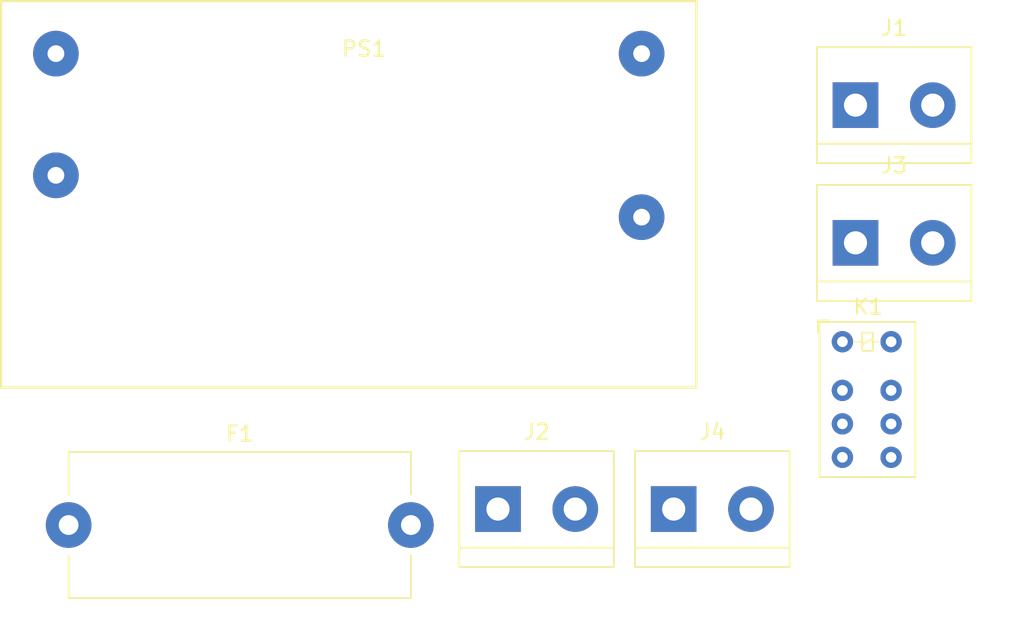
<source format=kicad_pcb>
(kicad_pcb (version 20171130) (host pcbnew "(5.1.4)-1")

  (general
    (thickness 1.6)
    (drawings 0)
    (tracks 0)
    (zones 0)
    (modules 7)
    (nets 11)
  )

  (page A4)
  (layers
    (0 F.Cu signal)
    (31 B.Cu signal)
    (32 B.Adhes user)
    (33 F.Adhes user)
    (34 B.Paste user)
    (35 F.Paste user)
    (36 B.SilkS user)
    (37 F.SilkS user)
    (38 B.Mask user)
    (39 F.Mask user)
    (40 Dwgs.User user)
    (41 Cmts.User user)
    (42 Eco1.User user)
    (43 Eco2.User user)
    (44 Edge.Cuts user)
    (45 Margin user)
    (46 B.CrtYd user)
    (47 F.CrtYd user)
    (48 B.Fab user)
    (49 F.Fab user)
  )

  (setup
    (last_trace_width 0.25)
    (trace_clearance 0.2)
    (zone_clearance 0.508)
    (zone_45_only no)
    (trace_min 0.2)
    (via_size 0.8)
    (via_drill 0.4)
    (via_min_size 0.4)
    (via_min_drill 0.3)
    (uvia_size 0.3)
    (uvia_drill 0.1)
    (uvias_allowed no)
    (uvia_min_size 0.2)
    (uvia_min_drill 0.1)
    (edge_width 0.05)
    (segment_width 0.2)
    (pcb_text_width 0.3)
    (pcb_text_size 1.5 1.5)
    (mod_edge_width 0.12)
    (mod_text_size 1 1)
    (mod_text_width 0.15)
    (pad_size 1.524 1.524)
    (pad_drill 0.762)
    (pad_to_mask_clearance 0.051)
    (solder_mask_min_width 0.25)
    (aux_axis_origin 0 0)
    (visible_elements 7FFFFFFF)
    (pcbplotparams
      (layerselection 0x010fc_ffffffff)
      (usegerberextensions false)
      (usegerberattributes false)
      (usegerberadvancedattributes false)
      (creategerberjobfile false)
      (excludeedgelayer true)
      (linewidth 0.100000)
      (plotframeref false)
      (viasonmask false)
      (mode 1)
      (useauxorigin false)
      (hpglpennumber 1)
      (hpglpenspeed 20)
      (hpglpendiameter 15.000000)
      (psnegative false)
      (psa4output false)
      (plotreference true)
      (plotvalue true)
      (plotinvisibletext false)
      (padsonsilk false)
      (subtractmaskfromsilk false)
      (outputformat 1)
      (mirror false)
      (drillshape 1)
      (scaleselection 1)
      (outputdirectory ""))
  )

  (net 0 "")
  (net 1 "Net-(F1-Pad1)")
  (net 2 "Net-(F1-Pad2)")
  (net 3 "Net-(J1-Pad1)")
  (net 4 "Net-(J2-Pad1)")
  (net 5 "Net-(J2-Pad2)")
  (net 6 "Net-(J3-Pad1)")
  (net 7 "Net-(J3-Pad2)")
  (net 8 "Net-(J4-Pad1)")
  (net 9 "Net-(J4-Pad2)")
  (net 10 "Net-(K1-Pad2)")

  (net_class Default "This is the default net class."
    (clearance 0.2)
    (trace_width 0.25)
    (via_dia 0.8)
    (via_drill 0.4)
    (uvia_dia 0.3)
    (uvia_drill 0.1)
    (add_net "Net-(F1-Pad1)")
    (add_net "Net-(F1-Pad2)")
    (add_net "Net-(J1-Pad1)")
    (add_net "Net-(J2-Pad1)")
    (add_net "Net-(J2-Pad2)")
    (add_net "Net-(J3-Pad1)")
    (add_net "Net-(J3-Pad2)")
    (add_net "Net-(J4-Pad1)")
    (add_net "Net-(J4-Pad2)")
    (add_net "Net-(K1-Pad2)")
  )

  (module Relays_THT:Relay_DPDT_AXICOM_IMSeries_Pitch3.2mm (layer F.Cu) (tedit 58FA48AE) (tstamp 5DC9F5FB)
    (at 169.10104 87.772)
    (descr "AXICOM IM-Series Relays, DPDR, Pitch 3.2mm, http://www.te.com/commerce/DocumentDelivery/DDEController?Action=showdoc&DocId=Specification+Or+Standard%7F108-98001%7FV%7Fpdf%7FEnglish%7FENG_SS_108-98001_V_IM_0614_v1.pdf%7F4-1462039-1")
    (tags "AXICOM IM-Series Relay DPDR Pitch 3.2mm")
    (path /5DCBA6BF)
    (fp_text reference K1 (at 1.7 -2.3) (layer F.SilkS)
      (effects (font (size 1 1) (thickness 0.15)))
    )
    (fp_text value AZ850P1-x (at 1.6 9.9) (layer F.Fab)
      (effects (font (size 1 1) (thickness 0.15)))
    )
    (fp_text user %R (at 1.6 4 90) (layer F.Fab)
      (effects (font (size 1 1) (thickness 0.15)))
    )
    (fp_line (start -1.5 8.9) (end -1.5 -1.3) (layer F.SilkS) (width 0.12))
    (fp_line (start 4.8 -1.3) (end 4.8 8.9) (layer F.SilkS) (width 0.12))
    (fp_line (start 0.8 0) (end 2.4 0) (layer F.Fab) (width 0.12))
    (fp_line (start 2 0) (end 2.4 0) (layer F.SilkS) (width 0.12))
    (fp_line (start 1.3 0) (end 0.8 0) (layer F.SilkS) (width 0.12))
    (fp_line (start 1.3 0.2) (end 2 -0.2) (layer F.SilkS) (width 0.12))
    (fp_line (start 1.3 -0.6) (end 1.3 0.6) (layer F.SilkS) (width 0.12))
    (fp_line (start 1.3 0.6) (end 2 0.6) (layer F.SilkS) (width 0.12))
    (fp_line (start 2 0.6) (end 2 -0.6) (layer F.SilkS) (width 0.12))
    (fp_line (start 2 -0.6) (end 1.3 -0.6) (layer F.SilkS) (width 0.12))
    (fp_line (start -1.6 -0.6) (end -1.6 -1.4) (layer F.SilkS) (width 0.12))
    (fp_line (start -1.6 -1.4) (end -0.9 -1.4) (layer F.SilkS) (width 0.12))
    (fp_line (start 4.8 8.9) (end -1.5 8.9) (layer F.SilkS) (width 0.12))
    (fp_line (start -1.5 -1.3) (end 4.8 -1.3) (layer F.SilkS) (width 0.12))
    (fp_line (start -1.4 -1.2) (end -1.4 8.8) (layer F.Fab) (width 0.12))
    (fp_line (start -1.4 8.8) (end 4.7 8.8) (layer F.Fab) (width 0.12))
    (fp_line (start 4.7 8.8) (end 4.7 -1.2) (layer F.Fab) (width 0.12))
    (fp_line (start 4.7 -1.2) (end -1.4 -1.2) (layer F.Fab) (width 0.12))
    (fp_line (start -1.85 -1.45) (end 5.13 -1.45) (layer F.CrtYd) (width 0.05))
    (fp_line (start -1.85 -1.45) (end -1.85 9.05) (layer F.CrtYd) (width 0.05))
    (fp_line (start 5.13 9.05) (end 5.13 -1.45) (layer F.CrtYd) (width 0.05))
    (fp_line (start 5.13 9.05) (end -1.85 9.05) (layer F.CrtYd) (width 0.05))
    (pad 1 thru_hole circle (at 0 0) (size 1.4 1.4) (drill 0.7) (layers *.Cu *.Mask)
      (net 5 "Net-(J2-Pad2)"))
    (pad 8 thru_hole circle (at 3.2 0) (size 1.4 1.4) (drill 0.7) (layers *.Cu *.Mask)
      (net 3 "Net-(J1-Pad1)"))
    (pad 2 thru_hole circle (at 0 3.2) (size 1.4 1.4) (drill 0.7) (layers *.Cu *.Mask)
      (net 10 "Net-(K1-Pad2)"))
    (pad 3 thru_hole circle (at 0 5.4) (size 1.4 1.4) (drill 0.7) (layers *.Cu *.Mask)
      (net 1 "Net-(F1-Pad1)"))
    (pad 4 thru_hole circle (at 0 7.6) (size 1.4 1.4) (drill 0.7) (layers *.Cu *.Mask)
      (net 8 "Net-(J4-Pad1)"))
    (pad 7 thru_hole circle (at 3.2 3.2) (size 1.4 1.4) (drill 0.7) (layers *.Cu *.Mask)
      (net 9 "Net-(J4-Pad2)"))
    (pad 6 thru_hole circle (at 3.2 5.4) (size 1.4 1.4) (drill 0.7) (layers *.Cu *.Mask))
    (pad 5 thru_hole circle (at 3.2 7.6) (size 1.4 1.4) (drill 0.7) (layers *.Cu *.Mask))
    (model ${KISYS3DMOD}/Relays_THT.3dshapes/Relay_DPDT_AXICOM_IMSeries_Pitch3.2mm.wrl
      (offset (xyz -1.39999997805411 0 0))
      (scale (xyz 1 1 1))
      (rotate (xyz 0 0 0))
    )
  )

  (module Connectors_Terminal_Blocks:TerminalBlock_bornier-2_P5.08mm (layer F.Cu) (tedit 59FF03AB) (tstamp 5DC9F5F8)
    (at 158.01104 98.772)
    (descr "simple 2-pin terminal block, pitch 5.08mm, revamped version of bornier2")
    (tags "terminal block bornier2")
    (path /5DCA7480)
    (fp_text reference J4 (at 2.54 -5.08) (layer F.SilkS)
      (effects (font (size 1 1) (thickness 0.15)))
    )
    (fp_text value Screw_Terminal_01x02 (at 2.54 5.08) (layer F.Fab)
      (effects (font (size 1 1) (thickness 0.15)))
    )
    (fp_text user %R (at 2.54 0) (layer F.Fab)
      (effects (font (size 1 1) (thickness 0.15)))
    )
    (fp_line (start -2.41 2.55) (end 7.49 2.55) (layer F.Fab) (width 0.1))
    (fp_line (start -2.46 -3.75) (end -2.46 3.75) (layer F.Fab) (width 0.1))
    (fp_line (start -2.46 3.75) (end 7.54 3.75) (layer F.Fab) (width 0.1))
    (fp_line (start 7.54 3.75) (end 7.54 -3.75) (layer F.Fab) (width 0.1))
    (fp_line (start 7.54 -3.75) (end -2.46 -3.75) (layer F.Fab) (width 0.1))
    (fp_line (start 7.62 2.54) (end -2.54 2.54) (layer F.SilkS) (width 0.12))
    (fp_line (start 7.62 3.81) (end 7.62 -3.81) (layer F.SilkS) (width 0.12))
    (fp_line (start 7.62 -3.81) (end -2.54 -3.81) (layer F.SilkS) (width 0.12))
    (fp_line (start -2.54 -3.81) (end -2.54 3.81) (layer F.SilkS) (width 0.12))
    (fp_line (start -2.54 3.81) (end 7.62 3.81) (layer F.SilkS) (width 0.12))
    (fp_line (start -2.71 -4) (end 7.79 -4) (layer F.CrtYd) (width 0.05))
    (fp_line (start -2.71 -4) (end -2.71 4) (layer F.CrtYd) (width 0.05))
    (fp_line (start 7.79 4) (end 7.79 -4) (layer F.CrtYd) (width 0.05))
    (fp_line (start 7.79 4) (end -2.71 4) (layer F.CrtYd) (width 0.05))
    (pad 1 thru_hole rect (at 0 0) (size 3 3) (drill 1.52) (layers *.Cu *.Mask)
      (net 8 "Net-(J4-Pad1)"))
    (pad 2 thru_hole circle (at 5.08 0) (size 3 3) (drill 1.52) (layers *.Cu *.Mask)
      (net 9 "Net-(J4-Pad2)"))
    (model ${KISYS3DMOD}/Terminal_Blocks.3dshapes/TerminalBlock_bornier-2_P5.08mm.wrl
      (offset (xyz 2.539999961853027 0 0))
      (scale (xyz 1 1 1))
      (rotate (xyz 0 0 0))
    )
  )

  (module Connectors_Terminal_Blocks:TerminalBlock_bornier-2_P5.08mm (layer F.Cu) (tedit 59FF03AB) (tstamp 5DC9F5F5)
    (at 169.96104 81.272)
    (descr "simple 2-pin terminal block, pitch 5.08mm, revamped version of bornier2")
    (tags "terminal block bornier2")
    (path /5DCAFA9E)
    (fp_text reference J3 (at 2.54 -5.08) (layer F.SilkS)
      (effects (font (size 1 1) (thickness 0.15)))
    )
    (fp_text value Screw_Terminal_01x02 (at 2.54 5.08) (layer F.Fab)
      (effects (font (size 1 1) (thickness 0.15)))
    )
    (fp_text user %R (at 2.54 0) (layer F.Fab)
      (effects (font (size 1 1) (thickness 0.15)))
    )
    (fp_line (start -2.41 2.55) (end 7.49 2.55) (layer F.Fab) (width 0.1))
    (fp_line (start -2.46 -3.75) (end -2.46 3.75) (layer F.Fab) (width 0.1))
    (fp_line (start -2.46 3.75) (end 7.54 3.75) (layer F.Fab) (width 0.1))
    (fp_line (start 7.54 3.75) (end 7.54 -3.75) (layer F.Fab) (width 0.1))
    (fp_line (start 7.54 -3.75) (end -2.46 -3.75) (layer F.Fab) (width 0.1))
    (fp_line (start 7.62 2.54) (end -2.54 2.54) (layer F.SilkS) (width 0.12))
    (fp_line (start 7.62 3.81) (end 7.62 -3.81) (layer F.SilkS) (width 0.12))
    (fp_line (start 7.62 -3.81) (end -2.54 -3.81) (layer F.SilkS) (width 0.12))
    (fp_line (start -2.54 -3.81) (end -2.54 3.81) (layer F.SilkS) (width 0.12))
    (fp_line (start -2.54 3.81) (end 7.62 3.81) (layer F.SilkS) (width 0.12))
    (fp_line (start -2.71 -4) (end 7.79 -4) (layer F.CrtYd) (width 0.05))
    (fp_line (start -2.71 -4) (end -2.71 4) (layer F.CrtYd) (width 0.05))
    (fp_line (start 7.79 4) (end 7.79 -4) (layer F.CrtYd) (width 0.05))
    (fp_line (start 7.79 4) (end -2.71 4) (layer F.CrtYd) (width 0.05))
    (pad 1 thru_hole rect (at 0 0) (size 3 3) (drill 1.52) (layers *.Cu *.Mask)
      (net 6 "Net-(J3-Pad1)"))
    (pad 2 thru_hole circle (at 5.08 0) (size 3 3) (drill 1.52) (layers *.Cu *.Mask)
      (net 7 "Net-(J3-Pad2)"))
    (model ${KISYS3DMOD}/Terminal_Blocks.3dshapes/TerminalBlock_bornier-2_P5.08mm.wrl
      (offset (xyz 2.539999961853027 0 0))
      (scale (xyz 1 1 1))
      (rotate (xyz 0 0 0))
    )
  )

  (module Connectors_Terminal_Blocks:TerminalBlock_bornier-2_P5.08mm (layer F.Cu) (tedit 59FF03AB) (tstamp 5DC9F5F2)
    (at 146.46104 98.772)
    (descr "simple 2-pin terminal block, pitch 5.08mm, revamped version of bornier2")
    (tags "terminal block bornier2")
    (path /5DCB700D)
    (fp_text reference J2 (at 2.54 -5.08) (layer F.SilkS)
      (effects (font (size 1 1) (thickness 0.15)))
    )
    (fp_text value Screw_Terminal_01x02 (at 2.54 5.08) (layer F.Fab)
      (effects (font (size 1 1) (thickness 0.15)))
    )
    (fp_text user %R (at 2.54 0) (layer F.Fab)
      (effects (font (size 1 1) (thickness 0.15)))
    )
    (fp_line (start -2.41 2.55) (end 7.49 2.55) (layer F.Fab) (width 0.1))
    (fp_line (start -2.46 -3.75) (end -2.46 3.75) (layer F.Fab) (width 0.1))
    (fp_line (start -2.46 3.75) (end 7.54 3.75) (layer F.Fab) (width 0.1))
    (fp_line (start 7.54 3.75) (end 7.54 -3.75) (layer F.Fab) (width 0.1))
    (fp_line (start 7.54 -3.75) (end -2.46 -3.75) (layer F.Fab) (width 0.1))
    (fp_line (start 7.62 2.54) (end -2.54 2.54) (layer F.SilkS) (width 0.12))
    (fp_line (start 7.62 3.81) (end 7.62 -3.81) (layer F.SilkS) (width 0.12))
    (fp_line (start 7.62 -3.81) (end -2.54 -3.81) (layer F.SilkS) (width 0.12))
    (fp_line (start -2.54 -3.81) (end -2.54 3.81) (layer F.SilkS) (width 0.12))
    (fp_line (start -2.54 3.81) (end 7.62 3.81) (layer F.SilkS) (width 0.12))
    (fp_line (start -2.71 -4) (end 7.79 -4) (layer F.CrtYd) (width 0.05))
    (fp_line (start -2.71 -4) (end -2.71 4) (layer F.CrtYd) (width 0.05))
    (fp_line (start 7.79 4) (end 7.79 -4) (layer F.CrtYd) (width 0.05))
    (fp_line (start 7.79 4) (end -2.71 4) (layer F.CrtYd) (width 0.05))
    (pad 1 thru_hole rect (at 0 0) (size 3 3) (drill 1.52) (layers *.Cu *.Mask)
      (net 4 "Net-(J2-Pad1)"))
    (pad 2 thru_hole circle (at 5.08 0) (size 3 3) (drill 1.52) (layers *.Cu *.Mask)
      (net 5 "Net-(J2-Pad2)"))
    (model ${KISYS3DMOD}/Terminal_Blocks.3dshapes/TerminalBlock_bornier-2_P5.08mm.wrl
      (offset (xyz 2.539999961853027 0 0))
      (scale (xyz 1 1 1))
      (rotate (xyz 0 0 0))
    )
  )

  (module Connectors_Terminal_Blocks:TerminalBlock_bornier-2_P5.08mm (layer F.Cu) (tedit 59FF03AB) (tstamp 5DC9F5EF)
    (at 169.96104 72.222)
    (descr "simple 2-pin terminal block, pitch 5.08mm, revamped version of bornier2")
    (tags "terminal block bornier2")
    (path /5DCA5610)
    (fp_text reference J1 (at 2.54 -5.08) (layer F.SilkS)
      (effects (font (size 1 1) (thickness 0.15)))
    )
    (fp_text value Screw_Terminal_01x02 (at 2.54 5.08) (layer F.Fab)
      (effects (font (size 1 1) (thickness 0.15)))
    )
    (fp_text user %R (at 2.54 0) (layer F.Fab)
      (effects (font (size 1 1) (thickness 0.15)))
    )
    (fp_line (start -2.41 2.55) (end 7.49 2.55) (layer F.Fab) (width 0.1))
    (fp_line (start -2.46 -3.75) (end -2.46 3.75) (layer F.Fab) (width 0.1))
    (fp_line (start -2.46 3.75) (end 7.54 3.75) (layer F.Fab) (width 0.1))
    (fp_line (start 7.54 3.75) (end 7.54 -3.75) (layer F.Fab) (width 0.1))
    (fp_line (start 7.54 -3.75) (end -2.46 -3.75) (layer F.Fab) (width 0.1))
    (fp_line (start 7.62 2.54) (end -2.54 2.54) (layer F.SilkS) (width 0.12))
    (fp_line (start 7.62 3.81) (end 7.62 -3.81) (layer F.SilkS) (width 0.12))
    (fp_line (start 7.62 -3.81) (end -2.54 -3.81) (layer F.SilkS) (width 0.12))
    (fp_line (start -2.54 -3.81) (end -2.54 3.81) (layer F.SilkS) (width 0.12))
    (fp_line (start -2.54 3.81) (end 7.62 3.81) (layer F.SilkS) (width 0.12))
    (fp_line (start -2.71 -4) (end 7.79 -4) (layer F.CrtYd) (width 0.05))
    (fp_line (start -2.71 -4) (end -2.71 4) (layer F.CrtYd) (width 0.05))
    (fp_line (start 7.79 4) (end 7.79 -4) (layer F.CrtYd) (width 0.05))
    (fp_line (start 7.79 4) (end -2.71 4) (layer F.CrtYd) (width 0.05))
    (pad 1 thru_hole rect (at 0 0) (size 3 3) (drill 1.52) (layers *.Cu *.Mask)
      (net 3 "Net-(J1-Pad1)"))
    (pad 2 thru_hole circle (at 5.08 0) (size 3 3) (drill 1.52) (layers *.Cu *.Mask)
      (net 2 "Net-(F1-Pad2)"))
    (model ${KISYS3DMOD}/Terminal_Blocks.3dshapes/TerminalBlock_bornier-2_P5.08mm.wrl
      (offset (xyz 2.539999961853027 0 0))
      (scale (xyz 1 1 1))
      (rotate (xyz 0 0 0))
    )
  )

  (module Fuse_Holders_and_Fuses:Fuseholder5x20_horiz_open_Schurter_0031_8201 (layer F.Cu) (tedit 5880C433) (tstamp 5DC9F5EC)
    (at 118.237 99.822)
    (descr http://www.schurter.com/var/schurter/storage/ilcatalogue/files/document/datasheet/en/pdf/typ_OGN.pdf)
    (tags "Fuseholder horizontal open 5x20 Schurter 0031.8201")
    (path /5DCAA794)
    (fp_text reference F1 (at 11.25 -6) (layer F.SilkS)
      (effects (font (size 1 1) (thickness 0.15)))
    )
    (fp_text value Fuse (at 11.25 6) (layer F.Fab)
      (effects (font (size 1 1) (thickness 0.15)))
    )
    (fp_line (start 0.1 -4.7) (end 0.1 4.7) (layer F.Fab) (width 0.1))
    (fp_line (start 0.1 4.7) (end 22.4 4.7) (layer F.Fab) (width 0.1))
    (fp_line (start 22.4 4.7) (end 22.4 -4.7) (layer F.Fab) (width 0.1))
    (fp_line (start 22.4 -4.7) (end 0.1 -4.7) (layer F.Fab) (width 0.1))
    (fp_line (start -0.25 5.05) (end -0.25 1.95) (layer F.CrtYd) (width 0.05))
    (fp_line (start 22.5 4.8) (end 22.5 2) (layer F.SilkS) (width 0.12))
    (fp_line (start 22.5 -2) (end 22.5 -4.8) (layer F.SilkS) (width 0.12))
    (fp_line (start 0 -2) (end 0 -4.8) (layer F.SilkS) (width 0.12))
    (fp_line (start 0 -4.8) (end 22.5 -4.8) (layer F.SilkS) (width 0.12))
    (fp_line (start 22.75 5.05) (end -0.25 5.05) (layer F.CrtYd) (width 0.05))
    (fp_line (start -0.25 -5.05) (end 22.75 -5.05) (layer F.CrtYd) (width 0.05))
    (fp_line (start 0 4.8) (end 22.5 4.8) (layer F.SilkS) (width 0.12))
    (fp_line (start -0.25 -1.95) (end -0.25 -5.05) (layer F.CrtYd) (width 0.05))
    (fp_line (start 22.75 -1.95) (end 22.75 -5.05) (layer F.CrtYd) (width 0.05))
    (fp_line (start 22.75 1.95) (end 22.75 5.05) (layer F.CrtYd) (width 0.05))
    (fp_line (start 0 4.8) (end 0 2) (layer F.SilkS) (width 0.12))
    (fp_arc (start 22.5 0) (end 22.75 -1.95) (angle 165.3) (layer F.CrtYd) (width 0.05))
    (fp_arc (start 0 0) (end -0.25 1.95) (angle 165.3) (layer F.CrtYd) (width 0.05))
    (pad 1 thru_hole circle (at 0 0) (size 3 3) (drill 1.3) (layers *.Cu *.Mask)
      (net 1 "Net-(F1-Pad1)"))
    (pad 2 thru_hole circle (at 22.5 0) (size 3 3) (drill 1.3) (layers *.Cu *.Mask)
      (net 2 "Net-(F1-Pad2)"))
    (pad "" np_thru_hole circle (at 11.25 0) (size 2.7 2.7) (drill 2.7) (layers *.Cu *.Mask))
  )

  (module IRM-05_ACDC:IRM-05_ACDC (layer F.Cu) (tedit 5DC9FE28) (tstamp 5DCA0255)
    (at 136.652 76.835)
    (path /5DCAC971)
    (fp_text reference PS1 (at 1 -8.32) (layer F.SilkS)
      (effects (font (size 1 1) (thickness 0.15)))
    )
    (fp_text value HLK-PM01 (at 0.97 12.81) (layer F.Fab)
      (effects (font (size 1 1) (thickness 0.15)))
    )
    (fp_line (start 22.85 13.95) (end -22.85 13.95) (layer F.SilkS) (width 0.15))
    (fp_line (start 22.85 -11.45) (end -22.85 -11.45) (layer F.SilkS) (width 0.15))
    (fp_line (start -22.85 -11.45) (end -22.85 13.95) (layer F.SilkS) (width 0.15))
    (fp_line (start 22.85 13.95) (end 22.85 -11.45) (layer F.SilkS) (width 0.15))
    (pad 1 thru_hole circle (at 19.25 -8) (size 3 3) (drill 1.1) (layers *.Cu *.Mask)
      (net 1 "Net-(F1-Pad1)"))
    (pad 2 thru_hole circle (at 19.25 2.75) (size 3 3) (drill 1.1) (layers *.Cu *.Mask)
      (net 3 "Net-(J1-Pad1)"))
    (pad 3 thru_hole circle (at -19.25 -8) (size 3 3) (drill 1.1) (layers *.Cu *.Mask)
      (net 7 "Net-(J3-Pad2)"))
    (pad 4 thru_hole circle (at -19.25 0) (size 3 3) (drill 1.1) (layers *.Cu *.Mask)
      (net 6 "Net-(J3-Pad1)"))
  )

)

</source>
